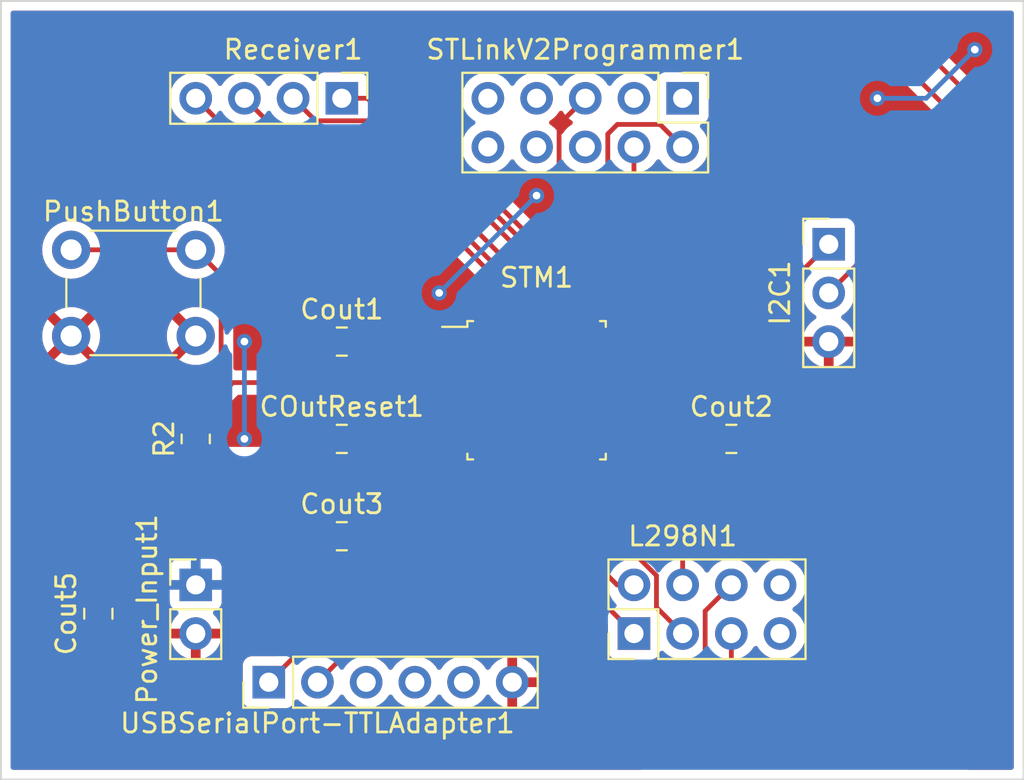
<source format=kicad_pcb>
(kicad_pcb (version 20211014) (generator pcbnew)
  (layers (0 "F.Cu" signal) (31 "B.Cu" signal) (34 "B.Paste" user) (35 "F.Paste" user) (36 "B.SilkS" user "B.Silkscreen") (37 "F.SilkS" user "F.Silkscreen") (38 "B.Mask" user) (39 "F.Mask" user) (44 "Edge.Cuts" user))
  (net 0 "")
  (net 1 "GND")
  (net 2 "/SCL")
  (net 3 "/SDA")
  (net 4 "Net-(PushButton1-Pad1)")
  (net 6 "/SWCLK")
  (net 8 "/SWDIO")
  (net 18 "/PWM_2")
  (net 19 "/RX")
  (net 20 "/PWM_1")
  (net 21 "/IN4")
  (net 22 "/IN3")
  (net 23 "/IN2")
  (net 28 "/IN1")
  (net 29 "/TX")
  (net 35 "Net-(STM1-Pad27)")
  (net 36 "Net-(STM1-Pad28)")
  (net 37 "Net-(STM1-Pad29)")
  (net 38 "Net-(STM1-Pad30)")
  (net 39 "Net-(COutReset1-Pad2)")
  (footprint "Connector_PinHeader_2.54mm:PinHeader_2x04_P2.54mm_Vertical" (layer "F.Cu") (at 139.7 116.84 90)
    (fp_text reference "L298N1" (at 5.08 2.54 180) (layer "F.SilkS"))
    (fp_text value "Conn_02x04_Odd_Even")
    (fp_line (start -1.33 1.27) (end 1.27 1.27) (layer "F.SilkS") (width 0.12))
    (fp_line (start -1.33 1.27) (end -1.33 8.95) (layer "F.SilkS") (width 0.12))
    (fp_line (start 1.27 1.27) (end 1.27 -1.33) (layer "F.SilkS") (width 0.12))
    (fp_line (start -1.33 -1.33) (end 0 -1.33) (layer "F.SilkS") (width 0.12))
    (fp_line (start 1.27 -1.33) (end 3.87 -1.33) (layer "F.SilkS") (width 0.12))
    (fp_line (start -1.33 8.95) (end 3.87 8.95) (layer "F.SilkS") (width 0.12))
    (fp_line (start -1.33 0) (end -1.33 -1.33) (layer "F.SilkS") (width 0.12))
    (fp_line (start 3.87 -1.33) (end 3.87 8.95) (layer "F.SilkS") (width 0.12))
    (pad "1" thru_hole rect (at 0 0 90) (size 1.7 1.7) (drill 1) (layers *.Cu *.Mask) (net 28 "/IN1"))
    (pad "2" thru_hole oval (at 2.54 0 90) (size 1.7 1.7) (drill 1) (layers *.Cu *.Mask) (net 23 "/IN2"))
    (pad "3" thru_hole oval (at 0 2.54 90) (size 1.7 1.7) (drill 1) (layers *.Cu *.Mask) (net 22 "/IN3"))
    (pad "4" thru_hole oval (at 2.54 2.54 90) (size 1.7 1.7) (drill 1) (layers *.Cu *.Mask) (net 21 "/IN4"))
    (pad "5" thru_hole oval (at 0 5.08 90) (size 1.7 1.7) (drill 1) (layers *.Cu *.Mask) (net 20 "/PWM_1"))
    (pad "6" thru_hole oval (at 2.54 5.08 90) (size 1.7 1.7) (drill 1) (layers *.Cu *.Mask) (net 18 "/PWM_2"))
    (pad "7" thru_hole oval (at 0 7.62 90) (size 1.7 1.7) (drill 1) (layers *.Cu *.Mask))
    (pad "8" thru_hole oval (at 2.54 7.62 90) (size 1.7 1.7) (drill 1) (layers *.Cu *.Mask))
  )
  (footprint "Capacitor_SMD:C_0805_2012Metric_Pad1.18x1.45mm_HandSolder" (layer "F.Cu") (at 124.46 111.76)
    (fp_text reference "Cout3" (at 0 -1.68) (layer "F.SilkS"))
    (fp_text value "0.1uF")
    (fp_line (start -0.261252 -0.735) (end 0.261252 -0.735) (layer "F.SilkS") (width 0.12))
    (fp_line (start -0.261252 0.735) (end 0.261252 0.735) (layer "F.SilkS") (width 0.12))
    (pad "1" smd roundrect (at -1.0375 0) (size 1.175 1.45) (layers "F.Cu" "F.Paste" "F.Mask") (roundrect_rratio 0.2127659574) (net 1 "GND"))
    (pad "2" smd roundrect (at 1.0375 0) (size 1.175 1.45) (layers "F.Cu" "F.Paste" "F.Mask") (roundrect_rratio 0.2127659574) (net 39 "Net-(COutReset1-Pad2)"))
  )
  (footprint "Package_QFP:LQFP-32_7x7mm_P0.8mm" (layer "F.Cu") (at 134.62 104.14)
    (fp_text reference "STM1" (at 0 -5.88) (layer "F.SilkS"))
    (fp_text value "STM32L031K6Tx")
    (fp_line (start 3.61 3.61) (end 3.61 3.31) (layer "F.SilkS") (width 0.12))
    (fp_line (start -3.31 3.61) (end -3.61 3.61) (layer "F.SilkS") (width 0.12))
    (fp_line (start -3.61 3.61) (end -3.61 3.31) (layer "F.SilkS") (width 0.12))
    (fp_line (start 3.61 -3.61) (end 3.61 -3.31) (layer "F.SilkS") (width 0.12))
    (fp_line (start 3.31 3.61) (end 3.61 3.61) (layer "F.SilkS") (width 0.12))
    (fp_line (start -3.61 -3.61) (end -3.61 -3.31) (layer "F.SilkS") (width 0.12))
    (fp_line (start -3.61 -3.31) (end -4.925 -3.31) (layer "F.SilkS") (width 0.12))
    (fp_line (start -3.31 -3.61) (end -3.61 -3.61) (layer "F.SilkS") (width 0.12))
    (fp_line (start 3.31 -3.61) (end 3.61 -3.61) (layer "F.SilkS") (width 0.12))
    (pad "1" smd roundrect (at -4.175 -2.8) (size 1.5 0.5) (layers "F.Cu" "F.Paste" "F.Mask") (net 39 "Net-(COutReset1-Pad2)"))
    (pad "2" smd roundrect (at -4.175 -2) (size 1.5 0.5) (layers "F.Cu" "F.Paste" "F.Mask"))
    (pad "3" smd roundrect (at -4.175 -1.2) (size 1.5 0.5) (layers "F.Cu" "F.Paste" "F.Mask"))
    (pad "4" smd roundrect (at -4.175 -0.4) (size 1.5 0.5) (layers "F.Cu" "F.Paste" "F.Mask") (net 4 "Net-(PushButton1-Pad1)"))
    (pad "5" smd roundrect (at -4.175 0.4) (size 1.5 0.5) (layers "F.Cu" "F.Paste" "F.Mask") (net 39 "Net-(COutReset1-Pad2)"))
    (pad "6" smd roundrect (at -4.175 1.2) (size 1.5 0.5) (layers "F.Cu" "F.Paste" "F.Mask"))
    (pad "7" smd roundrect (at -4.175 2) (size 1.5 0.5) (layers "F.Cu" "F.Paste" "F.Mask"))
    (pad "8" smd roundrect (at -4.175 2.8) (size 1.5 0.5) (layers "F.Cu" "F.Paste" "F.Mask") (net 29 "/TX"))
    (pad "9" smd roundrect (at -2.8 4.175) (size 0.5 1.5) (layers "F.Cu" "F.Paste" "F.Mask") (net 19 "/RX"))
    (pad "10" smd roundrect (at -2 4.175) (size 0.5 1.5) (layers "F.Cu" "F.Paste" "F.Mask") (net 28 "/IN1"))
    (pad "11" smd roundrect (at -1.2 4.175) (size 0.5 1.5) (layers "F.Cu" "F.Paste" "F.Mask") (net 23 "/IN2"))
    (pad "12" smd roundrect (at -0.4 4.175) (size 0.5 1.5) (layers "F.Cu" "F.Paste" "F.Mask") (net 22 "/IN3"))
    (pad "13" smd roundrect (at 0.4 4.175) (size 0.5 1.5) (layers "F.Cu" "F.Paste" "F.Mask") (net 21 "/IN4"))
    (pad "14" smd roundrect (at 1.2 4.175) (size 0.5 1.5) (layers "F.Cu" "F.Paste" "F.Mask"))
    (pad "15" smd roundrect (at 2 4.175) (size 0.5 1.5) (layers "F.Cu" "F.Paste" "F.Mask"))
    (pad "16" smd roundrect (at 2.8 4.175) (size 0.5 1.5) (layers "F.Cu" "F.Paste" "F.Mask") (net 1 "GND"))
    (pad "17" smd roundrect (at 4.175 2.8) (size 1.5 0.5) (layers "F.Cu" "F.Paste" "F.Mask") (net 39 "Net-(COutReset1-Pad2)"))
    (pad "18" smd roundrect (at 4.175 2) (size 1.5 0.5) (layers "F.Cu" "F.Paste" "F.Mask"))
    (pad "19" smd roundrect (at 4.175 1.2) (size 1.5 0.5) (layers "F.Cu" "F.Paste" "F.Mask") (net 2 "/SCL"))
    (pad "20" smd roundrect (at 4.175 0.4) (size 1.5 0.5) (layers "F.Cu" "F.Paste" "F.Mask") (net 3 "/SDA"))
    (pad "21" smd roundrect (at 4.175 -0.4) (size 1.5 0.5) (layers "F.Cu" "F.Paste" "F.Mask"))
    (pad "22" smd roundrect (at 4.175 -1.2) (size 1.5 0.5) (layers "F.Cu" "F.Paste" "F.Mask"))
    (pad "23" smd roundrect (at 4.175 -2) (size 1.5 0.5) (layers "F.Cu" "F.Paste" "F.Mask") (net 8 "/SWDIO"))
    (pad "24" smd roundrect (at 4.175 -2.8) (size 1.5 0.5) (layers "F.Cu" "F.Paste" "F.Mask") (net 6 "/SWCLK"))
    (pad "25" smd roundrect (at 2.8 -4.175) (size 0.5 1.5) (layers "F.Cu" "F.Paste" "F.Mask") (net 20 "/PWM_1"))
    (pad "26" smd roundrect (at 2 -4.175) (size 0.5 1.5) (layers "F.Cu" "F.Paste" "F.Mask") (net 18 "/PWM_2"))
    (pad "27" smd roundrect (at 1.2 -4.175) (size 0.5 1.5) (layers "F.Cu" "F.Paste" "F.Mask") (net 35 "Net-(STM1-Pad27)"))
    (pad "28" smd roundrect (at 0.4 -4.175) (size 0.5 1.5) (layers "F.Cu" "F.Paste" "F.Mask") (net 36 "Net-(STM1-Pad28)"))
    (pad "29" smd roundrect (at -0.4 -4.175) (size 0.5 1.5) (layers "F.Cu" "F.Paste" "F.Mask") (net 37 "Net-(STM1-Pad29)"))
    (pad "30" smd roundrect (at -1.2 -4.175) (size 0.5 1.5) (layers "F.Cu" "F.Paste" "F.Mask") (net 38 "Net-(STM1-Pad30)"))
    (pad "31" smd roundrect (at -2 -4.175) (size 0.5 1.5) (layers "F.Cu" "F.Paste" "F.Mask") (net 1 "GND"))
    (pad "32" smd roundrect (at -2.8 -4.175) (size 0.5 1.5) (layers "F.Cu" "F.Paste" "F.Mask") (net 1 "GND"))
  )
  (footprint "Connector_PinHeader_2.54mm:PinHeader_1x03_P2.54mm_Vertical" (layer "F.Cu") (at 149.86 96.52)
    (fp_text reference "I2C1" (at -2.54 2.54 90) (layer "F.SilkS"))
    (fp_text value "Conn_01x03")
    (fp_line (start -1.33 1.27) (end 1.33 1.27) (layer "F.SilkS") (width 0.12))
    (fp_line (start 1.33 1.27) (end 1.33 6.41) (layer "F.SilkS") (width 0.12))
    (fp_line (start -1.33 0) (end -1.33 -1.33) (layer "F.SilkS") (width 0.12))
    (fp_line (start -1.33 1.27) (end -1.33 6.41) (layer "F.SilkS") (width 0.12))
    (fp_line (start -1.33 -1.33) (end 0 -1.33) (layer "F.SilkS") (width 0.12))
    (fp_line (start -1.33 6.41) (end 1.33 6.41) (layer "F.SilkS") (width 0.12))
    (pad "1" thru_hole rect (at 0 0) (size 1.7 1.7) (drill 1) (layers *.Cu *.Mask) (net 2 "/SCL"))
    (pad "2" thru_hole oval (at 0 2.54) (size 1.7 1.7) (drill 1) (layers *.Cu *.Mask) (net 3 "/SDA"))
    (pad "3" thru_hole oval (at 0 5.08) (size 1.7 1.7) (drill 1) (layers *.Cu *.Mask) (net 1 "GND"))
  )
  (footprint "Button_Switch_THT:SW_PUSH_6mm_H4.3mm" (layer "F.Cu") (at 110.34 96.81)
    (fp_text reference "PushButton1" (at 3.25 -2) (layer "F.SilkS"))
    (fp_text value "SW_Push")
    (fp_line (start 6.75 3) (end 6.75 1.5) (layer "F.SilkS") (width 0.12))
    (fp_line (start 1 5.5) (end 5.5 5.5) (layer "F.SilkS") (width 0.12))
    (fp_line (start 5.5 -1) (end 1 -1) (layer "F.SilkS") (width 0.12))
    (fp_line (start -0.25 1.5) (end -0.25 3) (layer "F.SilkS") (width 0.12))
    (pad "1" thru_hole circle (at 6.5 0 90) (size 2 2) (drill 1.1) (layers *.Cu *.Mask) (net 4 "Net-(PushButton1-Pad1)"))
    (pad "1" thru_hole circle (at 0 0 90) (size 2 2) (drill 1.1) (layers *.Cu *.Mask) (net 4 "Net-(PushButton1-Pad1)"))
    (pad "2" thru_hole circle (at 6.5 4.5 90) (size 2 2) (drill 1.1) (layers *.Cu *.Mask) (net 1 "GND"))
    (pad "2" thru_hole circle (at 0 4.5 90) (size 2 2) (drill 1.1) (layers *.Cu *.Mask) (net 1 "GND"))
  )
  (footprint "Connector_PinHeader_2.54mm:PinHeader_1x02_P2.54mm_Vertical" (layer "F.Cu") (at 116.84 114.3)
    (fp_text reference "Power_Input1" (at -2.54 1.27 90) (layer "F.SilkS"))
    (fp_text value "Conn_01x02")
    (fp_line (start -1.33 1.27) (end -1.33 3.87) (layer "F.SilkS") (width 0.12))
    (fp_line (start -1.33 0) (end -1.33 -1.33) (layer "F.SilkS") (width 0.12))
    (fp_line (start -1.33 -1.33) (end 0 -1.33) (layer "F.SilkS") (width 0.12))
    (fp_line (start 1.33 1.27) (end 1.33 3.87) (layer "F.SilkS") (width 0.12))
    (fp_line (start -1.33 3.87) (end 1.33 3.87) (layer "F.SilkS") (width 0.12))
    (fp_line (start -1.33 1.27) (end 1.33 1.27) (layer "F.SilkS") (width 0.12))
    (pad "1" thru_hole rect (at 0 0) (size 1.7 1.7) (drill 1) (layers *.Cu *.Mask) (net 39 "Net-(COutReset1-Pad2)"))
    (pad "2" thru_hole oval (at 0 2.54) (size 1.7 1.7) (drill 1) (layers *.Cu *.Mask) (net 1 "GND"))
  )
  (footprint "Capacitor_SMD:C_0805_2012Metric_Pad1.18x1.45mm_HandSolder" (layer "F.Cu") (at 124.46 101.6)
    (fp_text reference "Cout1" (at 0 -1.68) (layer "F.SilkS"))
    (fp_text value "0.1uF")
    (fp_line (start -0.261252 -0.735) (end 0.261252 -0.735) (layer "F.SilkS") (width 0.12))
    (fp_line (start -0.261252 0.735) (end 0.261252 0.735) (layer "F.SilkS") (width 0.12))
    (pad "1" smd roundrect (at -1.0375 0) (size 1.175 1.45) (layers "F.Cu" "F.Paste" "F.Mask") (roundrect_rratio 0.2127659574) (net 1 "GND"))
    (pad "2" smd roundrect (at 1.0375 0) (size 1.175 1.45) (layers "F.Cu" "F.Paste" "F.Mask") (roundrect_rratio 0.2127659574) (net 39 "Net-(COutReset1-Pad2)"))
  )
  (footprint "Connector_PinHeader_2.54mm:PinHeader_2x05_P2.54mm_Vertical" (layer "F.Cu") (at 142.24 88.9 -90)
    (fp_text reference "STLinkV2Programmer1" (at -2.54 5.08) (layer "F.SilkS"))
    (fp_text value "Conn_02x05_Odd_Even")
    (fp_line (start -1.33 11.49) (end 3.87 11.49) (layer "F.SilkS") (width 0.12))
    (fp_line (start 1.27 -1.33) (end 3.87 -1.33) (layer "F.SilkS") (width 0.12))
    (fp_line (start 3.87 -1.33) (end 3.87 11.49) (layer "F.SilkS") (width 0.12))
    (fp_line (start 1.27 1.27) (end 1.27 -1.33) (layer "F.SilkS") (width 0.12))
    (fp_line (start -1.33 1.27) (end 1.27 1.27) (layer "F.SilkS") (width 0.12))
    (fp_line (start -1.33 0) (end -1.33 -1.33) (layer "F.SilkS") (width 0.12))
    (fp_line (start -1.33 1.27) (end -1.33 11.49) (layer "F.SilkS") (width 0.12))
    (fp_line (start -1.33 -1.33) (end 0 -1.33) (layer "F.SilkS") (width 0.12))
    (pad "1" thru_hole rect (at 0 0 270) (size 1.7 1.7) (drill 1) (layers *.Cu *.Mask))
    (pad "2" thru_hole oval (at 2.54 0 270) (size 1.7 1.7) (drill 1) (layers *.Cu *.Mask) (net 6 "/SWCLK"))
    (pad "3" thru_hole oval (at 0 2.54 270) (size 1.7 1.7) (drill 1) (layers *.Cu *.Mask))
    (pad "4" thru_hole oval (at 2.54 2.54 270) (size 1.7 1.7) (drill 1) (layers *.Cu *.Mask) (net 8 "/SWDIO"))
    (pad "5" thru_hole oval (at 0 5.08 270) (size 1.7 1.7) (drill 1) (layers *.Cu *.Mask) (net 1 "GND"))
    (pad "6" thru_hole oval (at 2.54 5.08 270) (size 1.7 1.7) (drill 1) (layers *.Cu *.Mask))
    (pad "7" thru_hole oval (at 0 7.62 270) (size 1.7 1.7) (drill 1) (layers *.Cu *.Mask))
    (pad "8" thru_hole oval (at 2.54 7.62 270) (size 1.7 1.7) (drill 1) (layers *.Cu *.Mask))
    (pad "9" thru_hole oval (at 0 10.16 270) (size 1.7 1.7) (drill 1) (layers *.Cu *.Mask))
    (pad "10" thru_hole oval (at 2.54 10.16 270) (size 1.7 1.7) (drill 1) (layers *.Cu *.Mask))
  )
  (footprint "Capacitor_SMD:C_0805_2012Metric_Pad1.18x1.45mm_HandSolder" (layer "F.Cu") (at 144.78 106.68)
    (fp_text reference "Cout2" (at 0 -1.68) (layer "F.SilkS"))
    (fp_text value "0.1uF")
    (fp_line (start -0.261252 -0.735) (end 0.261252 -0.735) (layer "F.SilkS") (width 0.12))
    (fp_line (start -0.261252 0.735) (end 0.261252 0.735) (layer "F.SilkS") (width 0.12))
    (pad "1" smd roundrect (at -1.0375 0) (size 1.175 1.45) (layers "F.Cu" "F.Paste" "F.Mask") (roundrect_rratio 0.2127659574) (net 1 "GND"))
    (pad "2" smd roundrect (at 1.0375 0) (size 1.175 1.45) (layers "F.Cu" "F.Paste" "F.Mask") (roundrect_rratio 0.2127659574) (net 39 "Net-(COutReset1-Pad2)"))
  )
  (footprint "Resistor_SMD:R_0805_2012Metric_Pad1.20x1.40mm_HandSolder" (layer "F.Cu") (at 116.84 106.68 90)
    (fp_text reference "R2" (at 0 -1.65 90) (layer "F.SilkS"))
    (fp_text value "R2")
    (fp_line (start -0.227064 0.735) (end 0.227064 0.735) (layer "F.SilkS") (width 0.12))
    (fp_line (start -0.227064 -0.735) (end 0.227064 -0.735) (layer "F.SilkS") (width 0.12))
    (pad "1" smd roundrect (at -1 0 90) (size 1.2 1.4) (layers "F.Cu" "F.Paste" "F.Mask") (roundrect_rratio 0.2083333333) (net 39 "Net-(COutReset1-Pad2)"))
    (pad "2" smd roundrect (at 1 0 90) (size 1.2 1.4) (layers "F.Cu" "F.Paste" "F.Mask") (roundrect_rratio 0.2083333333) (net 4 "Net-(PushButton1-Pad1)"))
  )
  (footprint "Connector_PinHeader_2.54mm:PinHeader_1x04_P2.54mm_Vertical" (layer "F.Cu") (at 124.46 88.9 -90)
    (fp_text reference "Receiver1" (at -2.54 2.54 180) (layer "F.SilkS"))
    (fp_text value "Conn_01x04_Male")
    (fp_line (start -1.33 1.27) (end 1.33 1.27) (layer "F.SilkS") (width 0.12))
    (fp_line (start 1.33 1.27) (end 1.33 8.95) (layer "F.SilkS") (width 0.12))
    (fp_line (start -1.33 -1.33) (end 0 -1.33) (layer "F.SilkS") (width 0.12))
    (fp_line (start -1.33 1.27) (end -1.33 8.95) (layer "F.SilkS") (width 0.12))
    (fp_line (start -1.33 8.95) (end 1.33 8.95) (layer "F.SilkS") (width 0.12))
    (fp_line (start -1.33 0) (end -1.33 -1.33) (layer "F.SilkS") (width 0.12))
    (pad "1" thru_hole rect (at 0 0 270) (size 1.7 1.7) (drill 1) (layers *.Cu *.Mask) (net 35 "Net-(STM1-Pad27)"))
    (pad "2" thru_hole oval (at 0 2.54 270) (size 1.7 1.7) (drill 1) (layers *.Cu *.Mask) (net 36 "Net-(STM1-Pad28)"))
    (pad "3" thru_hole oval (at 0 5.08 270) (size 1.7 1.7) (drill 1) (layers *.Cu *.Mask) (net 37 "Net-(STM1-Pad29)"))
    (pad "4" thru_hole oval (at 0 7.62 270) (size 1.7 1.7) (drill 1) (layers *.Cu *.Mask) (net 38 "Net-(STM1-Pad30)"))
  )
  (footprint "Connector_PinHeader_2.54mm:PinHeader_1x06_P2.54mm_Vertical" (layer "F.Cu") (at 120.65 119.38 90)
    (fp_text reference "USBSerialPort-TTLAdapter1" (at -2.14 2.54) (layer "F.SilkS"))
    (fp_text value "Conn_01x06")
    (fp_line (start -1.33 1.27) (end 1.33 1.27) (layer "F.SilkS") (width 0.12))
    (fp_line (start -1.33 1.27) (end -1.33 14.03) (layer "F.SilkS") (width 0.12))
    (fp_line (start -1.33 14.03) (end 1.33 14.03) (layer "F.SilkS") (width 0.12))
    (fp_line (start 1.33 1.27) (end 1.33 14.03) (layer "F.SilkS") (width 0.12))
    (fp_line (start -1.33 0) (end -1.33 -1.33) (layer "F.SilkS") (width 0.12))
    (fp_line (start -1.33 -1.33) (end 0 -1.33) (layer "F.SilkS") (width 0.12))
    (pad "1" thru_hole rect (at 0 0 90) (size 1.7 1.7) (drill 1) (layers *.Cu *.Mask) (net 29 "/TX"))
    (pad "2" thru_hole oval (at 0 2.54 90) (size 1.7 1.7) (drill 1) (layers *.Cu *.Mask) (net 19 "/RX"))
    (pad "3" thru_hole oval (at 0 5.08 90) (size 1.7 1.7) (drill 1) (layers *.Cu *.Mask))
    (pad "4" thru_hole oval (at 0 7.62 90) (size 1.7 1.7) (drill 1) (layers *.Cu *.Mask))
    (pad "5" thru_hole oval (at 0 10.16 90) (size 1.7 1.7) (drill 1) (layers *.Cu *.Mask))
    (pad "6" thru_hole oval (at 0 12.7 90) (size 1.7 1.7) (drill 1) (layers *.Cu *.Mask) (net 1 "GND"))
  )
  (footprint "Capacitor_SMD:C_0805_2012Metric_Pad1.18x1.45mm_HandSolder" (layer "F.Cu") (at 124.46 106.68)
    (fp_text reference "COutReset1" (at 0 -1.68) (layer "F.SilkS"))
    (fp_text value "0.1uF")
    (fp_line (start -0.261252 -0.735) (end 0.261252 -0.735) (layer "F.SilkS") (width 0.12))
    (fp_line (start -0.261252 0.735) (end 0.261252 0.735) (layer "F.SilkS") (width 0.12))
    (pad "1" smd roundrect (at -1.0375 0) (size 1.175 1.45) (layers "F.Cu" "F.Paste" "F.Mask") (roundrect_rratio 0.2127659574) (net 1 "GND"))
    (pad "2" smd roundrect (at 1.0375 0) (size 1.175 1.45) (layers "F.Cu" "F.Paste" "F.Mask") (roundrect_rratio 0.2127659574) (net 39 "Net-(COutReset1-Pad2)"))
  )
  (footprint "Capacitor_SMD:C_0805_2012Metric_Pad1.18x1.45mm_HandSolder" (layer "F.Cu") (at 111.76 115.8025 90)
    (fp_text reference "Cout5" (at 0 -1.68 90) (layer "F.SilkS"))
    (fp_text value "0.1uF")
    (fp_line (start -0.261252 0.735) (end 0.261252 0.735) (layer "F.SilkS") (width 0.12))
    (fp_line (start -0.261252 -0.735) (end 0.261252 -0.735) (layer "F.SilkS") (width 0.12))
    (pad "1" smd roundrect (at -1.0375 0 90) (size 1.175 1.45) (layers "F.Cu" "F.Paste" "F.Mask") (roundrect_rratio 0.2127659574) (net 1 "GND"))
    (pad "2" smd roundrect (at 1.0375 0 90) (size 1.175 1.45) (layers "F.Cu" "F.Paste" "F.Mask") (roundrect_rratio 0.2127659574) (net 39 "Net-(COutReset1-Pad2)"))
  )
  (gr_rect (start 106.68 83.82) (end 160.02 124.46) (layer "Edge.Cuts") (width 0.1) (fill none))
  (segment (start 135.794511 92.805489) (end 134.62 93.98) (width 0.25) (layer "F.Cu") (net 1))
  (segment (start 143.4825 106.94) (end 143.7425 106.68) (width 0.25) (layer "F.Cu") (net 1))
  (segment (start 131.715 99.06) (end 132.62 99.965) (width 0.25) (layer "F.Cu") (net 1))
  (segment (start 135.794511 90.265489) (end 135.794511 92.805489) (width 0.25) (layer "F.Cu") (net 1))
  (segment (start 129.54 99.06) (end 131.715 99.06) (width 0.25) (layer "F.Cu") (net 1))
  (segment (start 137.16 88.9) (end 135.794511 90.265489) (width 0.25) (layer "F.Cu") (net 1))
  (via (at 134.62 93.98) (size 0.8) (drill 0.4) (layers "F.Cu" "B.Cu") (net 1))
  (via (at 129.54 99.06) (size 0.8) (drill 0.4) (layers "F.Cu" "B.Cu") (net 1))
  (via (at 157.48 86.36) (size 0.8) (drill 0.4) (layers "F.Cu" "B.Cu") (net 1))
  (via (at 119.38 106.68) (size 0.8) (drill 0.4) (layers "F.Cu" "B.Cu") (net 1))
  (via (at 119.38 101.6) (size 0.8) (drill 0.4) (layers "F.Cu" "B.Cu") (net 1))
  (via (at 152.4 88.9) (size 0.8) (drill 0.4) (layers "F.Cu" "B.Cu") (net 1))
  (segment (start 154.94 88.9) (end 152.4 88.9) (width 0.25) (layer "B.Cu") (net 1))
  (segment (start 157.48 86.36) (end 154.94 88.9) (width 0.25) (layer "B.Cu") (net 1))
  (segment (start 134.62 93.98) (end 129.54 99.06) (width 0.25) (layer "B.Cu") (net 1))
  (segment (start 119.38 101.6) (end 119.38 106.68) (width 0.25) (layer "B.Cu") (net 1))
  (segment (start 149.86 96.52) (end 141.04 105.34) (width 0.25) (layer "F.Cu") (net 2))
  (segment (start 141.04 105.34) (end 138.795 105.34) (width 0.25) (layer "F.Cu") (net 2))
  (segment (start 148.182522 94.362199) (end 148.075524 94.469197) (width 0.25) (layer "F.Cu") (net 3))
  (segment (start 148.075524 97.668758) (end 141.204282 104.54) (width 0.25) (layer "F.Cu") (net 3))
  (segment (start 141.204282 104.54) (end 138.795 104.54) (width 0.25) (layer "F.Cu") (net 3))
  (segment (start 148.075524 94.469197) (end 148.075524 97.668758) (width 0.25) (layer "F.Cu") (net 3))
  (segment (start 149.86 99.06) (end 151.948835 96.971165) (width 0.25) (layer "F.Cu") (net 3))
  (segment (start 151.948835 94.362199) (end 148.182522 94.362199) (width 0.25) (layer "F.Cu") (net 3))
  (segment (start 151.948835 96.971165) (end 151.948835 94.362199) (width 0.25) (layer "F.Cu") (net 3))
  (segment (start 116.84 105.68) (end 118.164511 104.355489) (width 0.25) (layer "F.Cu") (net 4))
  (segment (start 118.164511 98.134511) (end 116.84 96.81) (width 0.25) (layer "F.Cu") (net 4))
  (segment (start 118.78 103.74) (end 118.164511 104.355489) (width 0.25) (layer "F.Cu") (net 4))
  (segment (start 116.84 96.81) (end 110.34 96.81) (width 0.25) (layer "F.Cu") (net 4))
  (segment (start 118.164511 104.355489) (end 118.164511 98.134511) (width 0.25) (layer "F.Cu") (net 4))
  (segment (start 130.445 103.74) (end 118.78 103.74) (width 0.25) (layer "F.Cu") (net 4))
  (segment (start 138.835016 90.265489) (end 138.334511 90.765994) (width 0.25) (layer "F.Cu") (net 6))
  (segment (start 142.24 91.44) (end 141.065489 90.265489) (width 0.25) (layer "F.Cu") (net 6))
  (segment (start 138.334511 100.879511) (end 138.795 101.34) (width 0.25) (layer "F.Cu") (net 6))
  (segment (start 138.334511 90.765994) (end 138.334511 100.879511) (width 0.25) (layer "F.Cu") (net 6))
  (segment (start 141.065489 90.265489) (end 138.835016 90.265489) (width 0.25) (layer "F.Cu") (net 6))
  (segment (start 139.7 91.44) (end 139.7 99.06) (width 0.25) (layer "F.Cu") (net 8))
  (segment (start 142.24 101.6) (end 141.7 102.14) (width 0.25) (layer "F.Cu") (net 8))
  (segment (start 139.7 99.06) (end 142.24 101.6) (width 0.25) (layer "F.Cu") (net 8))
  (segment (start 141.7 102.14) (end 138.795 102.14) (width 0.25) (layer "F.Cu") (net 8))
  (segment (start 156.52833 123.375191) (end 158.454286 121.449235) (width 0.25) (layer "F.Cu") (net 18))
  (segment (start 127.638993 90.111598) (end 136.49839 98.970995) (width 0.25) (layer "F.Cu") (net 18))
  (segment (start 140.639195 123.375191) (end 156.52833 123.375191) (width 0.25) (layer "F.Cu") (net 18))
  (segment (start 127.638993 86.926478) (end 127.638993 90.111598) (width 0.25) (layer "F.Cu") (net 18))
  (segment (start 128.457524 86.107947) (end 127.638993 86.926478) (width 0.25) (layer "F.Cu") (net 18))
  (segment (start 136.49839 99.84339) (end 136.62 99.965) (width 0.25) (layer "F.Cu") (net 18))
  (segment (start 158.454286 90.008008) (end 154.554225 86.107947) (width 0.25) (layer "F.Cu") (net 18))
  (segment (start 158.454286 121.449235) (end 158.454286 90.008008) (width 0.25) (layer "F.Cu") (net 18))
  (segment (start 154.554225 86.107947) (end 128.457524 86.107947) (width 0.25) (layer "F.Cu") (net 18))
  (segment (start 143.414511 120.599875) (end 140.639195 123.375191) (width 0.25) (layer "F.Cu") (net 18))
  (segment (start 143.414511 115.665489) (end 143.414511 120.599875) (width 0.25) (layer "F.Cu") (net 18))
  (segment (start 136.49839 98.970995) (end 136.49839 99.84339) (width 0.25) (layer "F.Cu") (net 18))
  (segment (start 144.78 114.3) (end 143.414511 115.665489) (width 0.25) (layer "F.Cu") (net 18))
  (segment (start 123.19 119.38) (end 131.82 110.75) (width 0.25) (layer "F.Cu") (net 19))
  (segment (start 131.82 110.75) (end 131.82 108.315) (width 0.25) (layer "F.Cu") (net 19))
  (segment (start 145.068893 122.508511) (end 154.072736 122.508511) (width 0.25) (layer "F.Cu") (net 20))
  (segment (start 129.661247 86.926478) (end 129.661247 91.498134) (width 0.25) (layer "F.Cu") (net 20))
  (segment (start 144.78 122.219618) (end 145.068893 122.508511) (width 0.25) (layer "F.Cu") (net 20))
  (segment (start 129.661247 91.498134) (end 137.42 99.256887) (width 0.25) (layer "F.Cu") (net 20))
  (segment (start 154.072736 122.508511) (end 157.39501 119.186237) (width 0.25) (layer "F.Cu") (net 20))
  (segment (start 137.42 99.256887) (end 137.42 99.965) (width 0.25) (layer "F.Cu") (net 20))
  (segment (start 153.543098 86.926478) (end 129.661247 86.926478) (width 0.25) (layer "F.Cu") (net 20))
  (segment (start 157.39501 119.186237) (end 157.39501 90.77839) (width 0.25) (layer "F.Cu") (net 20))
  (segment (start 157.39501 90.77839) (end 153.543098 86.926478) (width 0.25) (layer "F.Cu") (net 20))
  (segment (start 144.78 116.84) (end 144.78 122.219618) (width 0.25) (layer "F.Cu") (net 20))
  (segment (start 142.081886 112.459642) (end 142.24 112.617756) (width 0.25) (layer "F.Cu") (net 21))
  (segment (start 142.24 112.617756) (end 142.24 114.3) (width 0.25) (layer "F.Cu") (net 21))
  (segment (start 138.578925 112.459642) (end 142.081886 112.459642) (width 0.25) (layer "F.Cu") (net 21))
  (segment (start 135.02 108.315) (end 135.02 108.900717) (width 0.25) (layer "F.Cu") (net 21))
  (segment (start 135.02 108.900717) (end 138.578925 112.459642) (width 0.25) (layer "F.Cu") (net 21))
  (segment (start 139.970172 112.909162) (end 140.874511 113.813501) (width 0.25) (layer "F.Cu") (net 22))
  (segment (start 134.22 108.900717) (end 138.228445 112.909162) (width 0.25) (layer "F.Cu") (net 22))
  (segment (start 138.228445 112.909162) (end 139.970172 112.909162) (width 0.25) (layer "F.Cu") (net 22))
  (segment (start 140.874511 113.813501) (end 140.874511 115.474511) (width 0.25) (layer "F.Cu") (net 22))
  (segment (start 140.874511 115.474511) (end 142.24 116.84) (width 0.25) (layer "F.Cu") (net 22))
  (segment (start 134.22 108.315) (end 134.22 108.900717) (width 0.25) (layer "F.Cu") (net 22))
  (segment (start 138.819283 114.3) (end 139.7 114.3) (width 0.25) (layer "F.Cu") (net 23))
  (segment (start 133.42 108.315) (end 133.42 108.900717) (width 0.25) (layer "F.Cu") (net 23))
  (segment (start 133.42 108.900717) (end 138.819283 114.3) (width 0.25) (layer "F.Cu") (net 23))
  (segment (start 132.62 108.315) (end 132.62 109.76) (width 0.25) (layer "F.Cu") (net 28))
  (segment (start 132.62 109.76) (end 139.7 116.84) (width 0.25) (layer "F.Cu") (net 28))
  (segment (start 120.65 119.38) (end 130.445 109.585) (width 0.25) (layer "F.Cu") (net 29))
  (segment (start 130.445 109.585) (end 130.445 106.94) (width 0.25) (layer "F.Cu") (net 29))
  (segment (start 124.46 88.9) (end 125.791677 88.9) (width 0.25) (layer "F.Cu") (net 35))
  (segment (start 136.04548 99.153803) (end 136.04548 99.674044) (width 0.25) (layer "F.Cu") (net 35))
  (segment (start 125.791677 88.9) (end 136.04548 99.153803) (width 0.25) (layer "F.Cu") (net 35))
  (segment (start 121.92 88.9) (end 123.094511 90.074511) (width 0.25) (layer "F.Cu") (net 36))
  (segment (start 135.02 99.352266) (end 135.02 99.965) (width 0.25) (layer "F.Cu") (net 36))
  (segment (start 123.094511 90.074511) (end 125.742245 90.074511) (width 0.25) (layer "F.Cu") (net 36))
  (segment (start 125.742245 90.074511) (end 135.02 99.352266) (width 0.25) (layer "F.Cu") (net 36))
  (segment (start 134.22 99.379283) (end 134.22 99.965) (width 0.25) (layer "F.Cu") (net 37))
  (segment (start 119.38 88.9) (end 121.840335 91.360335) (width 0.25) (layer "F.Cu") (net 37))
  (segment (start 121.840335 91.360335) (end 126.201052 91.360335) (width 0.25) (layer "F.Cu") (net 37))
  (segment (start 126.201052 91.360335) (end 134.22 99.379283) (width 0.25) (layer "F.Cu") (net 37))
  (segment (start 116.84 88.9) (end 120.616404 92.676404) (width 0.25) (layer "F.Cu") (net 38))
  (segment (start 126.86861 92.676404) (end 133.42 99.227794) (width 0.25) (layer "F.Cu") (net 38))
  (segment (start 133.42 99.227794) (end 133.42 99.965) (width 0.25) (layer "F.Cu") (net 38))
  (segment (start 120.616404 92.676404) (end 126.86861 92.676404) (width 0.25) (layer "F.Cu") (net 38))
  (segment (start 132.08 103.490717) (end 132.08 101.6) (width 0.25) (layer "F.Cu") (net 39))
  (segment (start 132.08 101.6) (end 131.82 101.34) (width 0.25) (layer "F.Cu") (net 39))
  (segment (start 144.78 109.22) (end 141.075 109.22) (width 0.25) (layer "F.Cu") (net 39))
  (segment (start 141.075 109.22) (end 138.795 106.94) (width 0.25) (layer "F.Cu") (net 39))
  (segment (start 145.8175 108.1825) (end 144.78 109.22) (width 0.25) (layer "F.Cu") (net 39))
  (segment (start 125.4975 106.68) (end 125.4975 111.76) (width 0.25) (layer "F.Cu") (net 39))
  (segment (start 131.82 101.34) (end 130.445 101.34) (width 0.25) (layer "F.Cu") (net 39))
  (segment (start 145.8175 106.68) (end 145.8175 108.1825) (width 0.25) (layer "F.Cu") (net 39))
  (segment (start 127.6375 104.54) (end 130.445 104.54) (width 0.25) (layer "F.Cu") (net 39))
  (segment (start 125.4975 106.68) (end 127.6375 104.54) (width 0.25) (layer "F.Cu") (net 39))
  (segment (start 112.225 114.3) (end 116.84 114.3) (width 0.25) (layer "F.Cu") (net 39))
  (segment (start 138.795 106.94) (end 133.430717 106.94) (width 0.25) (layer "F.Cu") (net 39))
  (segment (start 125.7575 101.34) (end 130.445 101.34) (width 0.25) (layer "F.Cu") (net 39))
  (segment (start 116.84 107.68) (end 116.84 114.3) (width 0.25) (layer "F.Cu") (net 39))
  (segment (start 124.44798 107.72952) (end 125.4975 106.68) (width 0.25) (layer "F.Cu") (net 39))
  (segment (start 131.030717 104.54) (end 130.445 104.54) (width 0.25) (layer "F.Cu") (net 39))
  (segment (start 125.4975 101.6) (end 125.7575 101.34) (width 0.25) (layer "F.Cu") (net 39))
  (segment (start 116.88952 107.72952) (end 124.44798 107.72952) (width 0.25) (layer "F.Cu") (net 39))
  (segment (start 131.030717 104.54) (end 132.08 103.490717) (width 0.25) (layer "F.Cu") (net 39))
  (segment (start 116.84 107.68) (end 116.88952 107.72952) (width 0.25) (layer "F.Cu") (net 39))
  (segment (start 111.76 114.765) (end 112.225 114.3) (width 0.25) (layer "F.Cu") (net 39))
  (segment (start 133.430717 106.94) (end 131.030717 104.54) (width 0.25) (layer "F.Cu") (net 39))
  (zone (net 1) (net_name "GND") (layer "F.Cu") (connect_pads (clearance 0.508)) (min_thickness 0.254) (fill yes (thermal_gap 0.508) (thermal_bridge_width 0.508))
    (polygon (pts (xy 160.02 124.46) (xy 106.68 124.46) (xy 106.68 83.82) (xy 160.02 83.82)))
  )
  (zone (net 39) (net_name "Net-(COutReset1-Pad2)") (layer "B.Cu") (connect_pads (clearance 0.508)) (min_thickness 0.254) (fill yes (thermal_gap 0.508) (thermal_bridge_width 0.508))
    (polygon (pts (xy 160.02 124.46) (xy 106.68 124.46) (xy 106.68 83.82) (xy 160.02 83.82)))
  )
)
</source>
